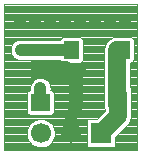
<source format=gtl>
G04 DipTrace 2.4.0.2*
%INBuckboost5V.GTL*%
%MOMM*%
%ADD14C,1.0*%
%ADD15C,1.4*%
%ADD16C,1.2*%
%ADD17C,1.016*%
%ADD18C,1.5*%
%ADD21C,1.27*%
%ADD22C,0.1*%
%ADD24R,1.7X1.7*%
%ADD25C,1.7*%
%FSLAX53Y53*%
G04*
G71*
G90*
G75*
G01*
%LNTop*%
%LPD*%
X16003Y11746D2*
D14*
Y13266D1*
X16483Y13745D1*
Y15238D1*
X13435Y17152D2*
D15*
X15550D1*
D16*
X16483Y16220D1*
Y15238D1*
X15765Y16978D2*
D15*
X15550D1*
X16045Y18803D2*
D14*
X14865D1*
X13865D1*
X12765D1*
X11765D1*
X12865Y18807D2*
X12765D1*
X13865D2*
Y18803D1*
X14865Y18807D2*
Y18803D1*
X13435Y14352D2*
D3*
Y15578D2*
Y14352D1*
X18543Y11746D2*
D18*
X19975Y13178D1*
Y15046D1*
D16*
X19783Y15238D1*
X20345Y18803D2*
D21*
X19945D1*
D18*
Y15401D1*
D16*
X19783Y15238D1*
D17*
X11765Y18803D3*
X13435Y14352D3*
X12865Y18807D3*
X13865D3*
X14865D3*
X18036Y21271D3*
X16766D3*
X14226D3*
X20576D3*
X19306D3*
X15496D3*
X11686D3*
X12956D3*
X15765Y16978D3*
X16895D3*
X13435Y15578D3*
X10360Y22553D2*
D22*
X21641D1*
X10360Y22457D2*
X21641D1*
X10360Y22360D2*
X21641D1*
X10360Y22263D2*
X21641D1*
X10360Y22167D2*
X21641D1*
X10360Y22070D2*
X21641D1*
X10360Y21973D2*
X21641D1*
X10360Y21877D2*
X21641D1*
X10360Y21780D2*
X21641D1*
X10360Y21683D2*
X21641D1*
X10360Y21587D2*
X21641D1*
X10360Y21490D2*
X21641D1*
X10360Y21393D2*
X21641D1*
X10360Y21297D2*
X21641D1*
X10360Y21200D2*
X21641D1*
X10360Y21103D2*
X21641D1*
X10360Y21007D2*
X21641D1*
X10360Y20910D2*
X21641D1*
X10360Y20813D2*
X21641D1*
X10360Y20717D2*
X21641D1*
X10360Y20620D2*
X21641D1*
X10360Y20523D2*
X21641D1*
X10360Y20427D2*
X21641D1*
X10360Y20330D2*
X21641D1*
X10360Y20233D2*
X21641D1*
X10360Y20137D2*
X21641D1*
X10360Y20040D2*
X21641D1*
X10360Y19943D2*
X21641D1*
X10360Y19847D2*
X15227D1*
X16864D2*
X19527D1*
X21164D2*
X21641D1*
X10360Y19750D2*
X15117D1*
X16973D2*
X19367D1*
X21273D2*
X21641D1*
X10360Y19653D2*
X11613D1*
X17025D2*
X19231D1*
X21325D2*
X21641D1*
X10360Y19557D2*
X11336D1*
X17044D2*
X19128D1*
X21344D2*
X21641D1*
X10360Y19460D2*
X11197D1*
X17044D2*
X19049D1*
X21344D2*
X21641D1*
X10360Y19363D2*
X11100D1*
X17044D2*
X18985D1*
X21344D2*
X21641D1*
X10360Y19267D2*
X11028D1*
X17044D2*
X18933D1*
X21344D2*
X21641D1*
X10360Y19170D2*
X10975D1*
X17044D2*
X18894D1*
X21344D2*
X21641D1*
X10360Y19073D2*
X10936D1*
X17044D2*
X18864D1*
X21344D2*
X21641D1*
X10360Y18977D2*
X10911D1*
X17044D2*
X18845D1*
X21344D2*
X21641D1*
X10360Y18880D2*
X10897D1*
X17044D2*
X18835D1*
X21344D2*
X21641D1*
X10360Y18783D2*
X10894D1*
X17044D2*
X18831D1*
X21344D2*
X21641D1*
X10360Y18687D2*
X10902D1*
X17044D2*
X18831D1*
X21344D2*
X21641D1*
X10360Y18590D2*
X10920D1*
X17044D2*
X18831D1*
X21344D2*
X21641D1*
X10360Y18493D2*
X10952D1*
X17044D2*
X18831D1*
X21344D2*
X21641D1*
X10360Y18397D2*
X10995D1*
X17044D2*
X18831D1*
X21344D2*
X21641D1*
X10360Y18300D2*
X11056D1*
X17044D2*
X18831D1*
X21344D2*
X21641D1*
X10360Y18203D2*
X11136D1*
X17044D2*
X18831D1*
X21344D2*
X21641D1*
X10360Y18107D2*
X11249D1*
X17044D2*
X18831D1*
X21344D2*
X21641D1*
X10360Y18010D2*
X11419D1*
X17039D2*
X18831D1*
X21339D2*
X21641D1*
X10360Y17913D2*
X15083D1*
X17008D2*
X18831D1*
X21308D2*
X21641D1*
X10360Y17817D2*
X15152D1*
X16939D2*
X18831D1*
X21239D2*
X21641D1*
X10360Y17720D2*
X15339D1*
X16751D2*
X18831D1*
X21059D2*
X21641D1*
X10360Y17623D2*
X18831D1*
X21059D2*
X21641D1*
X10360Y17527D2*
X18831D1*
X21059D2*
X21641D1*
X10360Y17430D2*
X18831D1*
X21059D2*
X21641D1*
X10360Y17333D2*
X18831D1*
X21059D2*
X21641D1*
X10360Y17237D2*
X18831D1*
X21059D2*
X21641D1*
X10360Y17140D2*
X18831D1*
X21059D2*
X21641D1*
X10360Y17043D2*
X18831D1*
X21059D2*
X21641D1*
X10360Y16947D2*
X18831D1*
X21059D2*
X21641D1*
X10360Y16850D2*
X18831D1*
X21059D2*
X21641D1*
X10360Y16753D2*
X18831D1*
X21059D2*
X21641D1*
X10360Y16657D2*
X18831D1*
X21059D2*
X21641D1*
X10360Y16560D2*
X18827D1*
X21059D2*
X21641D1*
X10360Y16463D2*
X18819D1*
X21059D2*
X21641D1*
X10360Y16367D2*
X13078D1*
X13790D2*
X18819D1*
X21059D2*
X21641D1*
X10360Y16270D2*
X12913D1*
X13958D2*
X18819D1*
X21059D2*
X21641D1*
X10360Y16173D2*
X12803D1*
X14067D2*
X18819D1*
X21059D2*
X21641D1*
X10360Y16077D2*
X12722D1*
X14147D2*
X18819D1*
X21059D2*
X21641D1*
X10360Y15980D2*
X12663D1*
X14208D2*
X18819D1*
X21059D2*
X21641D1*
X10360Y15883D2*
X12619D1*
X14250D2*
X18819D1*
X21059D2*
X21641D1*
X10360Y15787D2*
X12589D1*
X14281D2*
X18819D1*
X21059D2*
X21641D1*
X10360Y15690D2*
X12570D1*
X14300D2*
X18819D1*
X21059D2*
X21641D1*
X10360Y15593D2*
X12564D1*
X14306D2*
X18819D1*
X21076D2*
X21641D1*
X10360Y15497D2*
X12567D1*
X14303D2*
X18819D1*
X21087D2*
X21641D1*
X10360Y15400D2*
X12561D1*
X14309D2*
X18819D1*
X21089D2*
X21641D1*
X10360Y15303D2*
X12377D1*
X14494D2*
X18819D1*
X21089D2*
X21641D1*
X10360Y15207D2*
X12306D1*
X14564D2*
X18819D1*
X21089D2*
X21641D1*
X10360Y15110D2*
X12277D1*
X14594D2*
X18819D1*
X21089D2*
X21641D1*
X10360Y15013D2*
X12272D1*
X14598D2*
X18819D1*
X21089D2*
X21641D1*
X10360Y14917D2*
X12272D1*
X14598D2*
X18819D1*
X21089D2*
X21641D1*
X10360Y14820D2*
X12272D1*
X14598D2*
X18819D1*
X21089D2*
X21641D1*
X10360Y14723D2*
X12272D1*
X14598D2*
X18819D1*
X21089D2*
X21641D1*
X10360Y14627D2*
X12272D1*
X14598D2*
X18819D1*
X21089D2*
X21641D1*
X10360Y14530D2*
X12272D1*
X14598D2*
X18819D1*
X21089D2*
X21641D1*
X10360Y14433D2*
X12272D1*
X14598D2*
X18819D1*
X21089D2*
X21641D1*
X10360Y14337D2*
X12272D1*
X14598D2*
X18819D1*
X21089D2*
X21641D1*
X10360Y14240D2*
X12272D1*
X14598D2*
X18819D1*
X21089D2*
X21641D1*
X10360Y14143D2*
X12272D1*
X14598D2*
X18819D1*
X21089D2*
X21641D1*
X10360Y14047D2*
X12272D1*
X14598D2*
X18819D1*
X21089D2*
X21641D1*
X10360Y13950D2*
X12272D1*
X14598D2*
X18820D1*
X21089D2*
X21641D1*
X10360Y13853D2*
X12272D1*
X14598D2*
X18845D1*
X21089D2*
X21641D1*
X10360Y13757D2*
X12272D1*
X14598D2*
X18861D1*
X21089D2*
X21641D1*
X10360Y13660D2*
X12272D1*
X14598D2*
X18861D1*
X21089D2*
X21641D1*
X10360Y13563D2*
X12283D1*
X14587D2*
X18789D1*
X21089D2*
X21641D1*
X10360Y13467D2*
X12324D1*
X14547D2*
X18692D1*
X21089D2*
X21641D1*
X10360Y13370D2*
X12413D1*
X14458D2*
X18595D1*
X21089D2*
X21641D1*
X10360Y13273D2*
X18499D1*
X21089D2*
X21641D1*
X10360Y13177D2*
X18402D1*
X21089D2*
X21641D1*
X10360Y13080D2*
X18306D1*
X21084D2*
X21641D1*
X10360Y12983D2*
X18210D1*
X21072D2*
X21641D1*
X10360Y12887D2*
X13067D1*
X13859D2*
X17330D1*
X21050D2*
X21641D1*
X10360Y12790D2*
X12853D1*
X14073D2*
X17330D1*
X21019D2*
X21641D1*
X10360Y12693D2*
X12710D1*
X14215D2*
X17330D1*
X20976D2*
X21641D1*
X10360Y12597D2*
X12602D1*
X14325D2*
X17330D1*
X20923D2*
X21641D1*
X10360Y12500D2*
X12514D1*
X14412D2*
X17330D1*
X20856D2*
X21641D1*
X10360Y12403D2*
X12444D1*
X14481D2*
X17330D1*
X20770D2*
X21641D1*
X10360Y12307D2*
X12388D1*
X14539D2*
X17330D1*
X20675D2*
X21641D1*
X10360Y12210D2*
X12342D1*
X14584D2*
X17330D1*
X20578D2*
X21641D1*
X10360Y12113D2*
X12306D1*
X14620D2*
X17330D1*
X20481D2*
X21641D1*
X10360Y12017D2*
X12280D1*
X14647D2*
X17330D1*
X20384D2*
X21641D1*
X10360Y11920D2*
X12263D1*
X14664D2*
X17330D1*
X20287D2*
X21641D1*
X10360Y11823D2*
X12252D1*
X14675D2*
X17330D1*
X20190D2*
X21641D1*
X10360Y11727D2*
X12250D1*
X14676D2*
X17330D1*
X20094D2*
X21641D1*
X10360Y11630D2*
X12255D1*
X14672D2*
X17330D1*
X19997D2*
X21641D1*
X10360Y11533D2*
X12269D1*
X14658D2*
X17330D1*
X19901D2*
X21641D1*
X10360Y11437D2*
X12289D1*
X14636D2*
X17330D1*
X19805D2*
X21641D1*
X10360Y11340D2*
X12320D1*
X14606D2*
X17330D1*
X19756D2*
X21641D1*
X10360Y11243D2*
X12360D1*
X14567D2*
X17330D1*
X19756D2*
X21641D1*
X10360Y11147D2*
X12410D1*
X14517D2*
X17330D1*
X19756D2*
X21641D1*
X10360Y11050D2*
X12472D1*
X14455D2*
X17330D1*
X19756D2*
X21641D1*
X10360Y10953D2*
X12547D1*
X14378D2*
X17330D1*
X19756D2*
X21641D1*
X10360Y10857D2*
X12642D1*
X14284D2*
X17330D1*
X19756D2*
X21641D1*
X10360Y10760D2*
X12763D1*
X14162D2*
X17330D1*
X19756D2*
X21641D1*
X10360Y10663D2*
X12928D1*
X13998D2*
X17330D1*
X19756D2*
X21641D1*
X10360Y10567D2*
X13214D1*
X13712D2*
X17330D1*
X19756D2*
X21641D1*
X10360Y10470D2*
X21641D1*
X10360Y10373D2*
X21641D1*
X12281Y13702D2*
Y15052D1*
X12285Y15102D1*
X12295Y15151D1*
X12313Y15198D1*
X12336Y15242D1*
X12366Y15282D1*
X12401Y15318D1*
X12441Y15348D1*
X12484Y15372D1*
X12531Y15390D1*
X12581Y15402D1*
X12580Y15470D1*
X12573Y15569D1*
X12578Y15669D1*
X12594Y15768D1*
X12622Y15864D1*
X12661Y15956D1*
X12710Y16043D1*
X12768Y16124D1*
X12836Y16197D1*
X12912Y16263D1*
X12995Y16319D1*
X13083Y16365D1*
X13177Y16400D1*
X13274Y16424D1*
X13373Y16437D1*
X13473Y16439D1*
X13572Y16428D1*
X13670Y16407D1*
X13764Y16374D1*
X13854Y16331D1*
X13939Y16277D1*
X14016Y16214D1*
X14086Y16142D1*
X14147Y16063D1*
X14199Y15978D1*
X14240Y15887D1*
X14270Y15791D1*
X14289Y15693D1*
X14297Y15578D1*
X14291Y15478D1*
X14289Y15401D1*
X14328Y15394D1*
X14375Y15377D1*
X14420Y15354D1*
X14460Y15325D1*
X14497Y15291D1*
X14528Y15252D1*
X14553Y15209D1*
X14572Y15162D1*
X14584Y15114D1*
X14589Y15052D1*
Y13652D1*
X14586Y13602D1*
X14575Y13554D1*
X14558Y13507D1*
X14534Y13463D1*
X14505Y13423D1*
X14470Y13387D1*
X14430Y13357D1*
X14386Y13332D1*
X14340Y13314D1*
X14291Y13303D1*
X14235Y13298D1*
X12635D1*
X12585Y13302D1*
X12537Y13312D1*
X12490Y13330D1*
X12446Y13353D1*
X12406Y13383D1*
X12370Y13418D1*
X12340Y13458D1*
X12315Y13501D1*
X12297Y13548D1*
X12286Y13596D1*
X12281Y13652D1*
Y13702D1*
X18829Y14038D2*
Y16488D1*
X18832Y16532D1*
X18842Y16583D1*
X18841Y18101D1*
X18842Y18853D1*
X18851Y18953D1*
X18869Y19051D1*
X18896Y19148D1*
X18931Y19241D1*
X18975Y19331D1*
X19027Y19417D1*
X19086Y19497D1*
X19152Y19572D1*
X19225Y19640D1*
X19304Y19702D1*
X19388Y19756D1*
X19476Y19804D1*
X19516Y19834D1*
X19559Y19859D1*
X19606Y19877D1*
X19654Y19888D1*
X19710Y19892D1*
X19762D1*
X19861Y19904D1*
X19961Y19907D1*
X20061Y19901D1*
X20127Y19892D1*
X20980D1*
X21030Y19889D1*
X21079Y19878D1*
X21126Y19861D1*
X21170Y19837D1*
X21210Y19808D1*
X21246Y19773D1*
X21276Y19733D1*
X21300Y19690D1*
X21319Y19643D1*
X21330Y19594D1*
X21334Y19538D1*
Y18068D1*
X21331Y18019D1*
X21320Y17970D1*
X21303Y17923D1*
X21279Y17879D1*
X21250Y17839D1*
X21215Y17803D1*
X21175Y17773D1*
X21131Y17748D1*
X21086Y17731D1*
X21049Y17703D1*
Y15686D1*
X21066Y15598D1*
X21077Y15499D1*
X21079Y15281D1*
X21078Y13128D1*
X21069Y13029D1*
X21051Y12931D1*
X21024Y12834D1*
X20989Y12741D1*
X20945Y12651D1*
X20893Y12565D1*
X20834Y12485D1*
X20768Y12410D1*
X19747Y11389D1*
Y10542D1*
X17339D1*
Y12950D1*
X18187Y12951D1*
X18871Y13635D1*
Y13821D1*
X18846Y13878D1*
X18834Y13927D1*
X18829Y13988D1*
Y14038D1*
X16630Y17714D2*
X15410D1*
X15360Y17718D1*
X15312Y17728D1*
X15265Y17746D1*
X15221Y17769D1*
X15181Y17799D1*
X15145Y17834D1*
X15115Y17874D1*
X15091Y17916D1*
X15045Y17949D1*
X14869Y17946D1*
X14765Y17949D1*
X13945D1*
X13869Y17946D1*
X13765Y17949D1*
X12919Y17947D1*
X12819D1*
X12765Y17949D1*
X11869Y17948D1*
X11769Y17941D1*
X11669Y17947D1*
X11571Y17964D1*
X11475Y17992D1*
X11383Y18031D1*
X11296Y18080D1*
X11215Y18139D1*
X11142Y18207D1*
X11077Y18284D1*
X11022Y18367D1*
X10976Y18456D1*
X10941Y18549D1*
X10917Y18646D1*
X10905Y18745D1*
X10904Y18845D1*
X10915Y18945D1*
X10937Y19042D1*
X10970Y19137D1*
X11014Y19226D1*
X11068Y19310D1*
X11131Y19388D1*
X11203Y19457D1*
X11283Y19518D1*
X11368Y19569D1*
X11460Y19610D1*
X11555Y19640D1*
X11653Y19658D1*
X11753Y19665D1*
X11853Y19661D1*
X11915Y19657D1*
X12723D1*
X12803Y19667D1*
X12903Y19669D1*
X13010Y19657D1*
X13723D1*
X13803Y19667D1*
X13903Y19669D1*
X14010Y19657D1*
X14723D1*
X14803Y19667D1*
X14903Y19669D1*
X15010Y19657D1*
X15076D1*
X15108Y19723D1*
X15137Y19764D1*
X15171Y19800D1*
X15211Y19831D1*
X15254Y19856D1*
X15300Y19875D1*
X15348Y19887D1*
X15410Y19892D1*
X16680D1*
X16730Y19889D1*
X16779Y19878D1*
X16826Y19861D1*
X16870Y19837D1*
X16910Y19808D1*
X16946Y19773D1*
X16976Y19733D1*
X17000Y19690D1*
X17019Y19643D1*
X17030Y19594D1*
X17034Y19538D1*
Y18068D1*
X17031Y18019D1*
X17020Y17970D1*
X17003Y17923D1*
X16979Y17879D1*
X16950Y17839D1*
X16915Y17803D1*
X16875Y17773D1*
X16831Y17748D1*
X16785Y17730D1*
X16736Y17719D1*
X16680Y17714D1*
X16630D1*
X14666Y11696D2*
X14658Y11597D1*
X14641Y11498D1*
X14617Y11401D1*
X14584Y11307D1*
X14544Y11215D1*
X14496Y11128D1*
X14441Y11044D1*
X14379Y10965D1*
X14311Y10892D1*
X14237Y10825D1*
X14158Y10763D1*
X14074Y10709D1*
X13986Y10662D1*
X13894Y10622D1*
X13800Y10590D1*
X13703Y10567D1*
X13604Y10551D1*
X13504Y10543D1*
X13404Y10544D1*
X13305Y10553D1*
X13206Y10570D1*
X13110Y10595D1*
X13015Y10629D1*
X12924Y10670D1*
X12837Y10718D1*
X12754Y10774D1*
X12675Y10836D1*
X12602Y10904D1*
X12536Y10979D1*
X12475Y11058D1*
X12421Y11143D1*
X12375Y11231D1*
X12336Y11323D1*
X12305Y11418D1*
X12281Y11515D1*
X12266Y11614D1*
X12259Y11714D1*
X12261Y11814D1*
X12271Y11913D1*
X12289Y12012D1*
X12315Y12108D1*
X12349Y12202D1*
X12390Y12293D1*
X12439Y12380D1*
X12495Y12463D1*
X12558Y12541D1*
X12627Y12613D1*
X12702Y12679D1*
X12782Y12739D1*
X12867Y12792D1*
X12956Y12838D1*
X13048Y12877D1*
X13143Y12907D1*
X13241Y12930D1*
X13340Y12944D1*
X13439Y12950D1*
X13539Y12948D1*
X13639Y12938D1*
X13737Y12919D1*
X13833Y12892D1*
X13927Y12857D1*
X14018Y12815D1*
X14104Y12765D1*
X14187Y12709D1*
X14264Y12645D1*
X14336Y12576D1*
X14402Y12501D1*
X14461Y12420D1*
X14513Y12335D1*
X14559Y12246D1*
X14596Y12153D1*
X14626Y12058D1*
X14648Y11960D1*
X14662Y11861D1*
X14667Y11746D1*
X14666Y11696D1*
X10400Y10350D2*
X21650D1*
Y22650D1*
X10350D1*
Y10350D1*
X10400D1*
G36*
X14235Y15052D2*
X12635D1*
Y13652D1*
X14235D1*
Y15052D1*
G37*
G36*
Y17852D2*
X12635D1*
Y16452D1*
X14235D1*
Y17852D1*
G37*
G36*
X19183Y16488D2*
Y13988D1*
X20383D1*
Y16488D1*
X19183D1*
G37*
G36*
X15883D2*
Y13988D1*
X17083D1*
Y16488D1*
X15883D1*
G37*
G36*
X15410Y18068D2*
X16680D1*
Y19538D1*
X15410D1*
Y18068D1*
G37*
G36*
X20980Y19538D2*
X19710D1*
Y18068D1*
X20980D1*
Y19538D1*
G37*
D24*
X18543Y11746D3*
D25*
X16003D3*
X13463D3*
M02*

</source>
